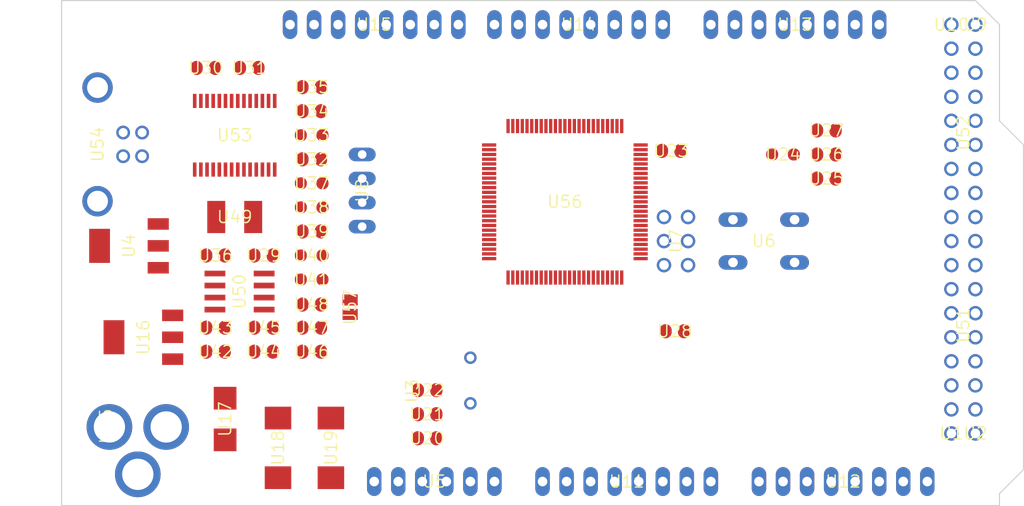
<source format=kicad_pcb>
(kicad_pcb (version 20221018) (generator pcbnew)
  (layers (0 "F.Cu" signal "Top") (31 "B.Cu" signal "Bottom") (34 "B.Paste" user) (35 "F.Paste" user) (36 "B.SilkS" user "B.Silkscreen") (37 "F.SilkS" user "F.Silkscreen") (38 "B.Mask" user) (39 "F.Mask" user) (44 "Edge.Cuts" user))
  (net 0 "")
  (net 1 "+5V")
  (net 2 "GND")
  (net 3 "N$6")
  (net 4 "N$7")
  (net 5 "AREF")
  (net 6 "RESET")
  (net 7 "VIN")
  (net 8 "N$3")
  (net 9 "PWRIN")
  (net 10 "M8RXD")
  (net 11 "M8TXD")
  (net 12 "ADC0")
  (net 13 "ADC2")
  (net 14 "ADC1")
  (net 15 "ADC3")
  (net 16 "ADC4")
  (net 17 "ADC5")
  (net 18 "ADC6")
  (net 19 "ADC7")
  (net 20 "+3V3")
  (net 21 "SDA")
  (net 22 "SCL")
  (net 23 "ADC9")
  (net 24 "ADC8")
  (net 25 "ADC10")
  (net 26 "ADC11")
  (net 27 "ADC12")
  (net 28 "ADC13")
  (net 29 "ADC14")
  (net 30 "ADC15")
  (net 31 "PB3")
  (net 32 "PB2")
  (net 33 "PB1")
  (net 34 "PB5")
  (net 35 "PB4")
  (net 36 "PE5")
  (net 37 "PE4")
  (net 38 "PE3")
  (net 39 "PE1")
  (net 40 "PE0")
  (net 41 "N$15")
  (net 42 "N$53")
  (net 43 "N$54")
  (net 44 "N$55")
  (net 45 "D-")
  (net 46 "D+")
  (net 47 "N$60")
  (net 48 "DTR")
  (net 49 "USBVCC")
  (net 50 "N$2")
  (net 51 "N$4")
  (net 52 "GATE_CMD")
  (net 53 "CMP")
  (net 54 "PB6")
  (net 55 "PH3")
  (net 56 "PH4")
  (net 57 "PH5")
  (net 58 "PH6")
  (net 59 "PG5")
  (net 60 "RXD1")
  (net 61 "TXD1")
  (net 62 "RXD2")
  (net 63 "RXD3")
  (net 64 "TXD2")
  (net 65 "TXD3")
  (net 66 "PC0")
  (net 67 "PC1")
  (net 68 "PC2")
  (net 69 "PC3")
  (net 70 "PC4")
  (net 71 "PC5")
  (net 72 "PC6")
  (net 73 "PC7")
  (net 74 "PB0")
  (net 75 "PG0")
  (net 76 "PG1")
  (net 77 "PG2")
  (net 78 "PD7")
  (net 79 "PA0")
  (net 80 "PA1")
  (net 81 "PA2")
  (net 82 "PA3")
  (net 83 "PA4")
  (net 84 "PA5")
  (net 85 "PA6")
  (net 86 "PA7")
  (net 87 "PL0")
  (net 88 "PL1")
  (net 89 "PL2")
  (net 90 "PL3")
  (net 91 "PL4")
  (net 92 "PL5")
  (net 93 "PL6")
  (net 94 "PL7")
  (net 95 "PB7")
  (net 96 "CTS")
  (net 97 "DSR")
  (net 98 "DCD")
  (net 99 "RI")
  (footprint "Arduino_MEGA_Reference_Design:2X03" (layer "F.Cu") (at 162.5981 103.7336 -90)
    (fp_text reference "U7")
    (fp_text value "")
  )
  (footprint "Arduino_MEGA_Reference_Design:1X08" (layer "F.Cu") (at 152.3111 80.8736 180)
    (fp_text reference "U14")
    (fp_text value "")
  )
  (footprint "Arduino_MEGA_Reference_Design:1X08" (layer "F.Cu") (at 130.7211 80.8736 180)
    (fp_text reference "U15")
    (fp_text value "")
  )
  (footprint "Arduino_MEGA_Reference_Design:SMC_D" (layer "F.Cu") (at 120.5611 125.5776 -90)
    (fp_text reference "U18")
    (fp_text value "")
  )
  (footprint "Arduino_MEGA_Reference_Design:SMC_D" (layer "F.Cu") (at 126.1491 125.5776 -90)
    (fp_text reference "U19")
    (fp_text value "")
  )
  (footprint "Arduino_MEGA_Reference_Design:B3F-10XX" (layer "F.Cu") (at 171.8691 103.7336 180)
    (fp_text reference "U6")
    (fp_text value "")
  )
  (footprint "Arduino_MEGA_Reference_Design:0805RND" (layer "F.Cu") (at 173.9011 94.5896 180)
    (fp_text reference "U24")
    (fp_text value "")
  )
  (footprint "Arduino_MEGA_Reference_Design:SMB" (layer "F.Cu") (at 114.9731 122.5296 -90)
    (fp_text reference "U17")
    (fp_text value "")
  )
  (footprint "Arduino_MEGA_Reference_Design:DC-21MM" (layer "F.Cu") (at 103.0351 123.2916 90)
    (fp_text reference "U55")
    (fp_text value "")
  )
  (footprint "Arduino_MEGA_Reference_Design:HC49_S" (layer "F.Cu") (at 140.8811 118.4656 90)
    (fp_text reference "U3")
    (fp_text value "")
  )
  (footprint "Arduino_MEGA_Reference_Design:SOT223" (layer "F.Cu") (at 106.3371 113.8936 90)
    (fp_text reference "U16")
    (fp_text value "")
  )
  (footprint "Arduino_MEGA_Reference_Design:1X06" (layer "F.Cu") (at 137.0711 129.1336)
    (fp_text reference "U5")
    (fp_text value "")
  )
  (footprint "Arduino_MEGA_Reference_Design:C0805RND" (layer "F.Cu") (at 124.1171 87.4776)
    (fp_text reference "U35")
    (fp_text value "")
  )
  (footprint "Arduino_MEGA_Reference_Design:C0805RND" (layer "F.Cu") (at 162.4711 113.2586)
    (fp_text reference "U28")
    (fp_text value "")
  )
  (footprint "Arduino_MEGA_Reference_Design:C0805RND" (layer "F.Cu") (at 136.3091 122.0216)
    (fp_text reference "U21")
    (fp_text value "")
  )
  (footprint "Arduino_MEGA_Reference_Design:C0805RND" (layer "F.Cu") (at 136.3091 119.4816)
    (fp_text reference "U22")
    (fp_text value "")
  )
  (footprint "Arduino_MEGA_Reference_Design:C0805RND" (layer "F.Cu") (at 113.9571 112.8776)
    (fp_text reference "U43")
    (fp_text value "")
  )
  (footprint "Arduino_MEGA_Reference_Design:RCL_0805RND" (layer "F.Cu") (at 124.1171 105.2576)
    (fp_text reference "U40")
    (fp_text value "")
  )
  (footprint "Arduino_MEGA_Reference_Design:RCL_0805RND" (layer "F.Cu") (at 124.1171 107.7976)
    (fp_text reference "U41")
    (fp_text value "")
  )
  (footprint "Arduino_MEGA_Reference_Design:1X08" (layer "F.Cu") (at 157.3911 129.1336)
    (fp_text reference "U11")
    (fp_text value "")
  )
  (footprint "Arduino_MEGA_Reference_Design:1X08" (layer "F.Cu") (at 175.1711 80.8736 180)
    (fp_text reference "U13")
    (fp_text value "")
  )
  (footprint "Arduino_MEGA_Reference_Design:R0805RND" (layer "F.Cu") (at 178.4731 94.5896 180)
    (fp_text reference "U26")
    (fp_text value "")
  )
  (footprint "Arduino_MEGA_Reference_Design:R0805RND" (layer "F.Cu") (at 178.4731 92.0496 180)
    (fp_text reference "U27")
    (fp_text value "")
  )
  (footprint "Arduino_MEGA_Reference_Design:TQFP100" (layer "F.Cu") (at 150.86109924316406 99.58718872070312 0)
    (fp_text reference "U56")
    (fp_text value "")
  )
  (footprint "Arduino_MEGA_Reference_Design:C0805RND" (layer "F.Cu") (at 162.0901 94.2086 180)
    (fp_text reference "U23")
    (fp_text value "")
  )
  (footprint "Arduino_MEGA_Reference_Design:C0805RND" (layer "F.Cu") (at 136.3091 124.5616)
    (fp_text reference "U20")
    (fp_text value "")
  )
  (footprint "Arduino_MEGA_Reference_Design:1X08" (layer "F.Cu") (at 180.2511 129.1336)
    (fp_text reference "U12")
    (fp_text value "")
  )
  (footprint "Arduino_MEGA_Reference_Design:R0805RND" (layer "F.Cu") (at 124.1171 112.8776)
    (fp_text reference "U47")
    (fp_text value "")
  )
  (footprint "Arduino_MEGA_Reference_Design:C0805RND" (layer "F.Cu") (at 124.1171 115.4176)
    (fp_text reference "U46")
    (fp_text value "")
  )
  (footprint "Arduino_MEGA_Reference_Design:C0805RND" (layer "F.Cu") (at 113.9571 105.2576)
    (fp_text reference "U36")
    (fp_text value "")
  )
  (footprint "Arduino_MEGA_Reference_Design:C0805RND" (layer "F.Cu") (at 112.9411 85.4456)
    (fp_text reference "U30")
    (fp_text value "")
  )
  (footprint "Arduino_MEGA_Reference_Design:0805RND" (layer "F.Cu") (at 124.1171 100.1776 180)
    (fp_text reference "U38")
    (fp_text value "")
  )
  (footprint "Arduino_MEGA_Reference_Design:0805RND" (layer "F.Cu") (at 124.1171 97.6376 180)
    (fp_text reference "U37")
    (fp_text value "")
  )
  (footprint "Arduino_MEGA_Reference_Design:R0805RND" (layer "F.Cu") (at 124.1171 95.0976)
    (fp_text reference "U32")
    (fp_text value "")
  )
  (footprint "Arduino_MEGA_Reference_Design:R0805RND" (layer "F.Cu") (at 124.1171 102.7176)
    (fp_text reference "U39")
    (fp_text value "")
  )
  (footprint "Arduino_MEGA_Reference_Design:SSOP28" (layer "F.Cu") (at 115.9891 92.5576)
    (fp_text reference "U53")
    (fp_text value "")
  )
  (footprint "Arduino_MEGA_Reference_Design:PN61729" (layer "F.Cu") (at 98.9584 93.5228 -90)
    (fp_text reference "U54")
    (fp_text value "")
  )
  (footprint "Arduino_MEGA_Reference_Design:L1812" (layer "F.Cu") (at 115.9891 101.1936)
    (fp_text reference "U49")
    (fp_text value "")
  )
  (footprint "Arduino_MEGA_Reference_Design:C0805RND" (layer "F.Cu") (at 117.5131 85.4456)
    (fp_text reference "U31")
    (fp_text value "")
  )
  (footprint "Arduino_MEGA_Reference_Design:0805RND" (layer "F.Cu") (at 124.1171 92.5576 180)
    (fp_text reference "U33")
    (fp_text value "")
  )
  (footprint "Arduino_MEGA_Reference_Design:R0805RND" (layer "F.Cu") (at 124.1171 90.0176 180)
    (fp_text reference "U34")
    (fp_text value "")
  )
  (footprint "Arduino_MEGA_Reference_Design:C0805RND" (layer "F.Cu") (at 124.1171 110.4392 180)
    (fp_text reference "U48")
    (fp_text value "")
  )
  (footprint "Arduino_MEGA_Reference_Design:SOT223" (layer "F.Cu") (at 104.8131 104.2416 90)
    (fp_text reference "U4")
    (fp_text value "")
  )
  (footprint "Arduino_MEGA_Reference_Design:SO08" (layer "F.Cu") (at 116.4971 109.0676 -90)
    (fp_text reference "U50")
    (fp_text value "")
  )
  (footprint "Arduino_MEGA_Reference_Design:R0805RND" (layer "F.Cu") (at 113.9571 115.4176 180)
    (fp_text reference "U42")
    (fp_text value "")
  )
  (footprint "Arduino_MEGA_Reference_Design:R0805RND" (layer "F.Cu") (at 119.0371 112.8776 180)
    (fp_text reference "U45")
    (fp_text value "")
  )
  (footprint "Arduino_MEGA_Reference_Design:C0805RND" (layer "F.Cu") (at 119.0371 115.4176 180)
    (fp_text reference "U44")
    (fp_text value "")
  )
  (footprint "Arduino_MEGA_Reference_Design:C0805RND" (layer "F.Cu") (at 119.0371 105.2576)
    (fp_text reference "U29")
    (fp_text value "")
  )
  (footprint "Arduino_MEGA_Reference_Design:2X08" (layer "F.Cu") (at 192.9511 92.3036 90)
    (fp_text reference "U52")
    (fp_text value "")
  )
  (footprint "Arduino_MEGA_Reference_Design:2X08" (layer "F.Cu") (at 192.9511 112.6236 90)
    (fp_text reference "U51")
    (fp_text value "")
  )
  (footprint "Arduino_MEGA_Reference_Design:R0805RND" (layer "F.Cu") (at 178.4731 97.1296 180)
    (fp_text reference "U25")
    (fp_text value "")
  )
  (footprint "Arduino_MEGA_Reference_Design:1X01" (layer "F.Cu") (at 191.6811 80.8736)
    (fp_text reference "U10")
    (fp_text value "")
  )
  (footprint "Arduino_MEGA_Reference_Design:1X01" (layer "F.Cu") (at 194.2211 80.8736)
    (fp_text reference "U9")
    (fp_text value "")
  )
  (footprint "Arduino_MEGA_Reference_Design:1X01" (layer "F.Cu") (at 191.6811 124.0536)
    (fp_text reference "U1")
    (fp_text value "")
  )
  (footprint "Arduino_MEGA_Reference_Design:1X01" (layer "F.Cu") (at 194.2211 124.0536)
    (fp_text reference "U2")
    (fp_text value "")
  )
  (footprint "Arduino_MEGA_Reference_Design:SJ" (layer "F.Cu") (at 128.1811 110.7186 -90)
    (fp_text reference "U57")
    (fp_text value "")
  )
  (footprint "Arduino_MEGA_Reference_Design:JP4" (layer "F.Cu") (at 129.4511 98.3996 -90)
    (fp_text reference "U8")
    (fp_text value "")
  )
  (gr_line (start 196.7611 80.8736) (end 196.7611 91.0336) (layer "Edge.Cuts") (width 0.12))
  (gr_line (start 196.7611 130.4036) (end 196.7611 131.6736) (layer "Edge.Cuts") (width 0.12))
  (gr_line (start 194.2211 78.3336) (end 196.7611 80.8736) (layer "Edge.Cuts") (width 0.12))
  (gr_line (start 97.7011 78.3336) (end 194.2211 78.3336) (layer "Edge.Cuts") (width 0.12))
  (gr_line (start 196.7611 91.0336) (end 199.3011 93.5736) (layer "Edge.Cuts") (width 0.12))
  (gr_line (start 97.7011 131.6736) (end 97.7011 78.3336) (layer "Edge.Cuts") (width 0.12))
  (gr_line (start 196.7611 131.6736) (end 97.7011 131.6736) (layer "Edge.Cuts") (width 0.12))
  (gr_line (start 199.3011 93.5736) (end 199.3011 127.8636) (layer "Edge.Cuts") (width 0.12))
  (gr_line (start 199.3011 127.8636) (end 196.7611 130.4036) (layer "Edge.Cuts") (width 0.12))
)
</source>
